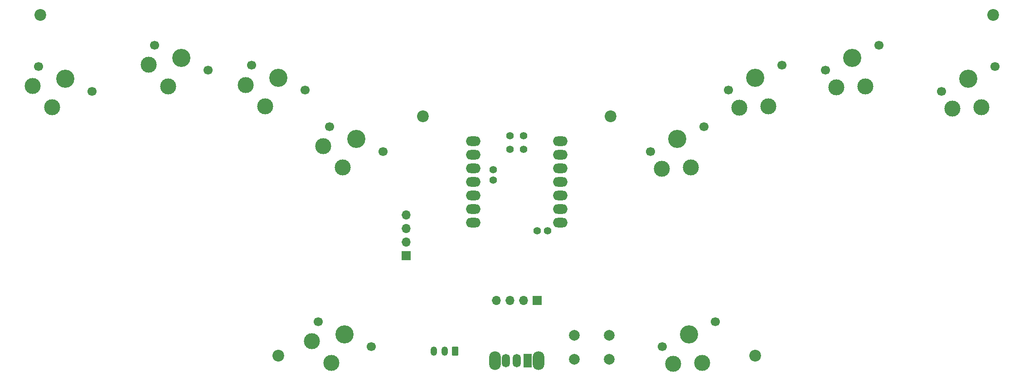
<source format=gts>
%TF.GenerationSoftware,KiCad,Pcbnew,7.0.5*%
%TF.CreationDate,2023-06-04T15:55:19-04:00*%
%TF.ProjectId,epsilon-kb,65707369-6c6f-46e2-9d6b-622e6b696361,rev?*%
%TF.SameCoordinates,Original*%
%TF.FileFunction,Soldermask,Top*%
%TF.FilePolarity,Negative*%
%FSLAX46Y46*%
G04 Gerber Fmt 4.6, Leading zero omitted, Abs format (unit mm)*
G04 Created by KiCad (PCBNEW 7.0.5) date 2023-06-04 15:55:19*
%MOMM*%
%LPD*%
G01*
G04 APERTURE LIST*
G04 Aperture macros list*
%AMRoundRect*
0 Rectangle with rounded corners*
0 $1 Rounding radius*
0 $2 $3 $4 $5 $6 $7 $8 $9 X,Y pos of 4 corners*
0 Add a 4 corners polygon primitive as box body*
4,1,4,$2,$3,$4,$5,$6,$7,$8,$9,$2,$3,0*
0 Add four circle primitives for the rounded corners*
1,1,$1+$1,$2,$3*
1,1,$1+$1,$4,$5*
1,1,$1+$1,$6,$7*
1,1,$1+$1,$8,$9*
0 Add four rect primitives between the rounded corners*
20,1,$1+$1,$2,$3,$4,$5,0*
20,1,$1+$1,$4,$5,$6,$7,0*
20,1,$1+$1,$6,$7,$8,$9,0*
20,1,$1+$1,$8,$9,$2,$3,0*%
G04 Aperture macros list end*
%ADD10C,2.200000*%
%ADD11O,2.200000X3.500000*%
%ADD12R,1.500000X2.500000*%
%ADD13O,1.500000X2.500000*%
%ADD14O,2.750000X1.800000*%
%ADD15C,1.397000*%
%ADD16C,1.700000*%
%ADD17C,3.400000*%
%ADD18C,3.000000*%
%ADD19C,2.000000*%
%ADD20R,1.700000X1.700000*%
%ADD21O,1.700000X1.700000*%
%ADD22RoundRect,0.250000X0.350000X0.625000X-0.350000X0.625000X-0.350000X-0.625000X0.350000X-0.625000X0*%
%ADD23O,1.200000X1.750000*%
G04 APERTURE END LIST*
D10*
%TO.C,REF\u002A\u002A*%
X132500000Y-81250000D03*
%TD*%
D11*
%TO.C,SW11*%
X145900002Y-126952500D03*
X154100002Y-126952500D03*
D12*
X152000002Y-126952500D03*
D13*
X150000002Y-126952500D03*
X148000002Y-126952500D03*
%TD*%
D14*
%TO.C,U1*%
X141905001Y-85879999D03*
X141905001Y-88419999D03*
X141905001Y-90959999D03*
X141905001Y-93499999D03*
X141905001Y-96039999D03*
X141905001Y-98579999D03*
X141905001Y-101119999D03*
X158095001Y-101119999D03*
X158095001Y-98579999D03*
X158095001Y-96039999D03*
X158095001Y-93499999D03*
X158095001Y-90959999D03*
X158095001Y-88419999D03*
X158095001Y-85879999D03*
D15*
X148730001Y-84927999D03*
X151270001Y-84927999D03*
X148730001Y-87467999D03*
X151270001Y-87467999D03*
X145555001Y-93182999D03*
X145555001Y-91277999D03*
X153810001Y-102707999D03*
X155715001Y-102707999D03*
%TD*%
D16*
%TO.C,SW5*%
X175015307Y-87824400D03*
X184984693Y-83175600D03*
D17*
X180000000Y-85500000D03*
D18*
X177074410Y-91057061D03*
X182493448Y-90847216D03*
%TD*%
D10*
%TO.C,REF\u002A\u002A*%
X194500000Y-126000000D03*
%TD*%
D17*
%TO.C,SW2*%
X87372920Y-70285743D03*
D16*
X82388227Y-67961343D03*
D18*
X81235432Y-71616621D03*
X84879472Y-75632959D03*
D16*
X92357613Y-72610143D03*
%TD*%
D10*
%TO.C,REF\u002A\u002A*%
X105500000Y-126000000D03*
%TD*%
D17*
%TO.C,SW4*%
X120000000Y-85500000D03*
D18*
X117506552Y-90847216D03*
X113862512Y-86830878D03*
D16*
X115015307Y-83175600D03*
X124984693Y-87824400D03*
%TD*%
D18*
%TO.C,SW10*%
X184627314Y-127367028D03*
D16*
X177149173Y-124344212D03*
D17*
X182133866Y-122019812D03*
D16*
X187118559Y-119695412D03*
D18*
X179208276Y-127576873D03*
%TD*%
D19*
%TO.C,SW12*%
X167250000Y-122250001D03*
X160750000Y-122250001D03*
X160750000Y-126750001D03*
X167250000Y-126750001D03*
%TD*%
D10*
%TO.C,REF\u002A\u002A*%
X167500000Y-81250000D03*
%TD*%
D17*
%TO.C,SW7*%
X212627081Y-70285743D03*
D16*
X217611774Y-67961343D03*
D18*
X209701491Y-75842804D03*
X215120529Y-75632959D03*
D16*
X207642388Y-72610143D03*
%TD*%
D10*
%TO.C,REF\u002A\u002A*%
X239000000Y-62250000D03*
%TD*%
D17*
%TO.C,SW8*%
X234329004Y-74234038D03*
D16*
X239313697Y-71909638D03*
X229344311Y-76558438D03*
D18*
X236822452Y-79581254D03*
X231403414Y-79791099D03*
%TD*%
D10*
%TO.C,REF\u002A\u002A*%
X61000000Y-62250000D03*
%TD*%
D18*
%TO.C,SW3*%
X102989140Y-79388279D03*
D16*
X110467281Y-76365463D03*
X100497895Y-71716663D03*
D18*
X99345100Y-75371941D03*
D17*
X105482588Y-74041063D03*
%TD*%
D16*
%TO.C,SW1*%
X70655690Y-76558438D03*
X60686304Y-71909638D03*
D17*
X65670997Y-74234038D03*
D18*
X63177549Y-79581254D03*
X59533509Y-75564916D03*
%TD*%
D20*
%TO.C,J2*%
X129350000Y-107300000D03*
D21*
X129350000Y-104760000D03*
X129350000Y-102220000D03*
X129350000Y-99680000D03*
%TD*%
D16*
%TO.C,SW9*%
X112881442Y-119695411D03*
D18*
X115372687Y-127367027D03*
D17*
X117866135Y-122019811D03*
D16*
X122850828Y-124344211D03*
D18*
X111728647Y-123350689D03*
%TD*%
D16*
%TO.C,SW6*%
X189532720Y-76365463D03*
D17*
X194517413Y-74041063D03*
D18*
X197010861Y-79388279D03*
D16*
X199502106Y-71716663D03*
D18*
X191591823Y-79598124D03*
%TD*%
D20*
%TO.C,J1*%
X153810000Y-115700000D03*
D21*
X151270000Y-115700000D03*
X148730000Y-115700000D03*
X146190000Y-115700000D03*
%TD*%
D22*
%TO.C,BT1*%
X138500000Y-125200000D03*
D23*
X136500000Y-125200000D03*
X134500000Y-125200000D03*
%TD*%
M02*

</source>
